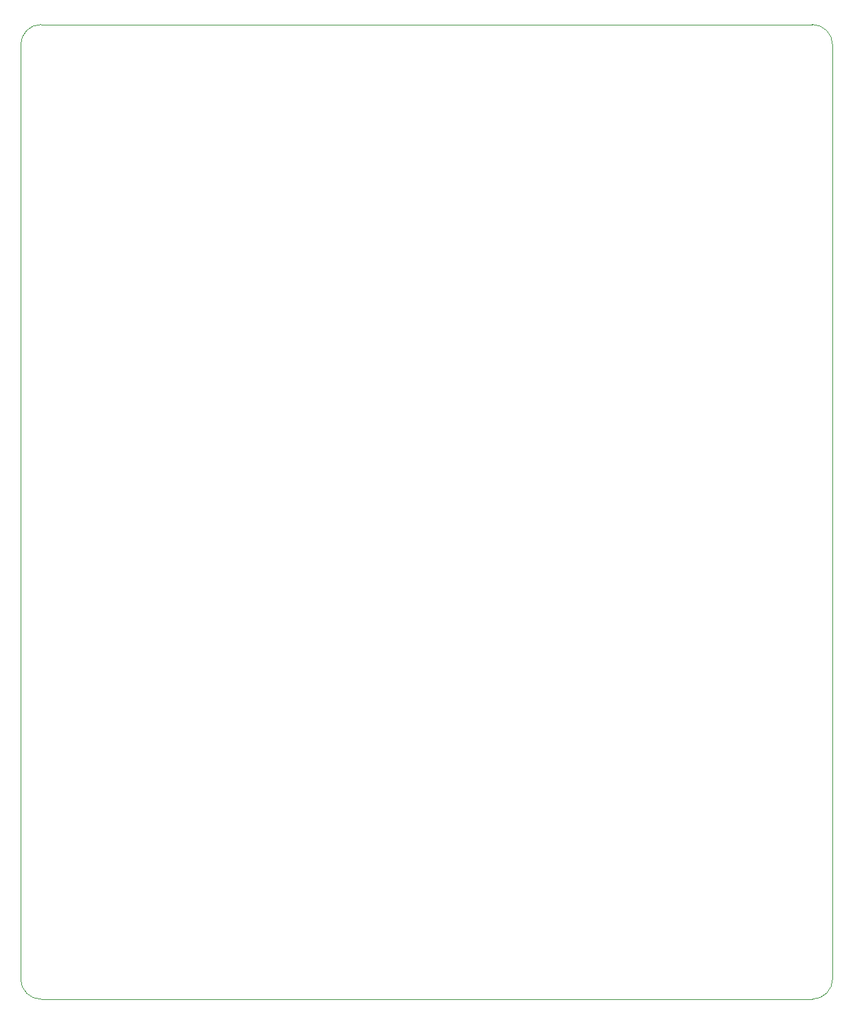
<source format=gko>
%FSLAX25Y25*%
%MOIN*%
G70*
G01*
G75*
G04 Layer_Color=16711935*
%ADD10R,0.09449X0.06496*%
%ADD11R,0.09449X0.14370*%
%ADD12R,0.05118X0.21654*%
%ADD13R,0.15748X0.15354*%
%ADD14C,0.15748*%
%ADD15R,0.10249X0.07296*%
%ADD16R,0.10249X0.15170*%
%ADD17R,0.05918X0.22453*%
%ADD18R,0.16548X0.16154*%
%ADD19C,0.16548*%
%ADD20C,0.20535*%
%ADD21C,0.00394*%
D21*
X-187008Y236221D02*
G03*
X-196851Y226378I0J-9843D01*
G01*
X196851D02*
G03*
X187008Y236221I-9843J0D01*
G01*
Y-236221D02*
G03*
X196851Y-226378I0J9843D01*
G01*
X-196851D02*
G03*
X-187008Y-236221I9843J0D01*
G01*
X-196851Y-226378D02*
Y226378D01*
X-196851D02*
X-196851D01*
X-187008Y236221D02*
Y236221D01*
Y236221D02*
X187008D01*
Y236221D01*
X196851Y226378D02*
X196851D01*
X196851Y-226378D02*
Y226378D01*
Y-226378D02*
X196851D01*
X-187008Y-236221D02*
X187008D01*
M02*

</source>
